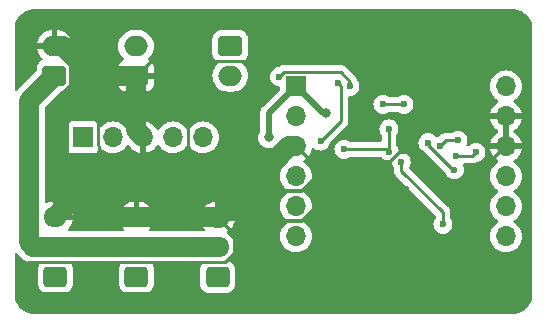
<source format=gbl>
G04 #@! TF.GenerationSoftware,KiCad,Pcbnew,7.0.8*
G04 #@! TF.CreationDate,2024-04-19T19:29:06-04:00*
G04 #@! TF.ProjectId,2 Axis Gimbal,32204178-6973-4204-9769-6d62616c2e6b,rev?*
G04 #@! TF.SameCoordinates,Original*
G04 #@! TF.FileFunction,Copper,L2,Bot*
G04 #@! TF.FilePolarity,Positive*
%FSLAX46Y46*%
G04 Gerber Fmt 4.6, Leading zero omitted, Abs format (unit mm)*
G04 Created by KiCad (PCBNEW 7.0.8) date 2024-04-19 19:29:06*
%MOMM*%
%LPD*%
G01*
G04 APERTURE LIST*
G04 Aperture macros list*
%AMRoundRect*
0 Rectangle with rounded corners*
0 $1 Rounding radius*
0 $2 $3 $4 $5 $6 $7 $8 $9 X,Y pos of 4 corners*
0 Add a 4 corners polygon primitive as box body*
4,1,4,$2,$3,$4,$5,$6,$7,$8,$9,$2,$3,0*
0 Add four circle primitives for the rounded corners*
1,1,$1+$1,$2,$3*
1,1,$1+$1,$4,$5*
1,1,$1+$1,$6,$7*
1,1,$1+$1,$8,$9*
0 Add four rect primitives between the rounded corners*
20,1,$1+$1,$2,$3,$4,$5,0*
20,1,$1+$1,$4,$5,$6,$7,0*
20,1,$1+$1,$6,$7,$8,$9,0*
20,1,$1+$1,$8,$9,$2,$3,0*%
G04 Aperture macros list end*
G04 #@! TA.AperFunction,ComponentPad*
%ADD10RoundRect,0.250000X-0.750000X0.600000X-0.750000X-0.600000X0.750000X-0.600000X0.750000X0.600000X0*%
G04 #@! TD*
G04 #@! TA.AperFunction,ComponentPad*
%ADD11O,2.000000X1.700000*%
G04 #@! TD*
G04 #@! TA.AperFunction,ComponentPad*
%ADD12RoundRect,0.250000X0.750000X-0.600000X0.750000X0.600000X-0.750000X0.600000X-0.750000X-0.600000X0*%
G04 #@! TD*
G04 #@! TA.AperFunction,ComponentPad*
%ADD13RoundRect,0.250000X0.725000X-0.600000X0.725000X0.600000X-0.725000X0.600000X-0.725000X-0.600000X0*%
G04 #@! TD*
G04 #@! TA.AperFunction,ComponentPad*
%ADD14O,1.950000X1.700000*%
G04 #@! TD*
G04 #@! TA.AperFunction,ComponentPad*
%ADD15R,1.700000X1.700000*%
G04 #@! TD*
G04 #@! TA.AperFunction,ComponentPad*
%ADD16O,1.700000X1.700000*%
G04 #@! TD*
G04 #@! TA.AperFunction,ViaPad*
%ADD17C,0.800000*%
G04 #@! TD*
G04 #@! TA.AperFunction,ViaPad*
%ADD18C,0.600000*%
G04 #@! TD*
G04 #@! TA.AperFunction,Conductor*
%ADD19C,0.500000*%
G04 #@! TD*
G04 #@! TA.AperFunction,Conductor*
%ADD20C,1.700000*%
G04 #@! TD*
G04 #@! TA.AperFunction,Conductor*
%ADD21C,0.250000*%
G04 #@! TD*
G04 #@! TA.AperFunction,Conductor*
%ADD22C,0.300000*%
G04 #@! TD*
G04 APERTURE END LIST*
D10*
X92981149Y-71528028D03*
D11*
X92981149Y-74028028D03*
D12*
X85008915Y-74022112D03*
D11*
X85008915Y-71522112D03*
D13*
X85050557Y-91028664D03*
D14*
X85050557Y-88528664D03*
X85050557Y-86028664D03*
D13*
X91927877Y-91046155D03*
D14*
X91927877Y-88546155D03*
X91927877Y-86046155D03*
D13*
X78192557Y-91028664D03*
D14*
X78192557Y-88528664D03*
X78192557Y-86028664D03*
D15*
X80518000Y-79248000D03*
D16*
X83058000Y-79248000D03*
X85598000Y-79248000D03*
X88138000Y-79248000D03*
X90678000Y-79248000D03*
D15*
X98552000Y-74930000D03*
D16*
X98552000Y-77470000D03*
X98552000Y-80010000D03*
X98552000Y-82550000D03*
X98552000Y-85090000D03*
X98552000Y-87630000D03*
X116332000Y-87630000D03*
X116332000Y-85090000D03*
X116332000Y-82550000D03*
X116332000Y-80010000D03*
X116332000Y-77470000D03*
X116332000Y-74930000D03*
D12*
X78106887Y-74010092D03*
D11*
X78106887Y-71510092D03*
D17*
X101092000Y-77216000D03*
X96266000Y-79248000D03*
X115450000Y-92114000D03*
D18*
X107890112Y-83581063D03*
D17*
X94950000Y-92964000D03*
X103650000Y-86514000D03*
X93599000Y-82042000D03*
D18*
X106426000Y-81422000D03*
D17*
X97250000Y-90114000D03*
X107696000Y-70866000D03*
D18*
X106426000Y-82574000D03*
X106426000Y-83590000D03*
D17*
X108966000Y-85344000D03*
X104902000Y-69342000D03*
X102870000Y-82296000D03*
D18*
X102616000Y-80264000D03*
X106465667Y-80463801D03*
X106426000Y-78528000D03*
X100652027Y-79570027D03*
X110744000Y-80010000D03*
X102108000Y-74676000D03*
X112268000Y-79502000D03*
X112074589Y-80832589D03*
X113792000Y-80518000D03*
X107696000Y-76454000D03*
X105918000Y-76454000D03*
X109728000Y-79703500D03*
X111967000Y-81995000D03*
X103124000Y-74930000D03*
X97155000Y-74110500D03*
X110998000Y-86614000D03*
X107464266Y-81302266D03*
D19*
X96266000Y-77216000D02*
X98552000Y-74930000D01*
X100838000Y-77216000D02*
X98552000Y-74930000D01*
X101092000Y-77216000D02*
X100838000Y-77216000D01*
X96266000Y-79248000D02*
X96266000Y-77216000D01*
D20*
X83461097Y-86028664D02*
X81266216Y-83833784D01*
X85008915Y-74022112D02*
X85008915Y-78658915D01*
X91927877Y-86046155D02*
X97964032Y-80010000D01*
D21*
X81788000Y-79915000D02*
X81788000Y-76835000D01*
X91927877Y-86046155D02*
X93345000Y-87463278D01*
D20*
X78486000Y-81053567D02*
X80826827Y-83394394D01*
D22*
X100838000Y-81422000D02*
X99964000Y-81422000D01*
D21*
X93345000Y-89027000D02*
X92583000Y-89789000D01*
D22*
X110490000Y-83058000D02*
X113284000Y-83058000D01*
D21*
X81788000Y-76835000D02*
X81915000Y-76708000D01*
D20*
X80156887Y-75148570D02*
X81283345Y-74022112D01*
D22*
X113284000Y-83058000D02*
X116332000Y-80010000D01*
D20*
X78486000Y-76819457D02*
X78486000Y-81053567D01*
X81283345Y-74022112D02*
X85008915Y-74022112D01*
X81266216Y-83833784D02*
X80826827Y-83394394D01*
D22*
X100838000Y-84582000D02*
X99060000Y-86360000D01*
D20*
X78795365Y-71510092D02*
X80156887Y-72871614D01*
D22*
X100838000Y-82042000D02*
X99060000Y-83820000D01*
D21*
X85008915Y-74022112D02*
X86260027Y-72771000D01*
X81883000Y-80010000D02*
X81788000Y-79915000D01*
X93345000Y-87463278D02*
X93345000Y-89027000D01*
D22*
X107330000Y-80518000D02*
X107950000Y-80518000D01*
D21*
X81266216Y-83833784D02*
X81883000Y-83217000D01*
D22*
X100838000Y-82042000D02*
X100838000Y-84582000D01*
X99060000Y-86360000D02*
X96520000Y-86360000D01*
D20*
X85008915Y-78658915D02*
X85598000Y-79248000D01*
D21*
X81883000Y-83217000D02*
X81883000Y-80010000D01*
X92583000Y-89789000D02*
X75946000Y-89789000D01*
D20*
X97964032Y-80010000D02*
X98552000Y-80010000D01*
D21*
X75946000Y-89789000D02*
X75819000Y-89916000D01*
D22*
X106426000Y-81422000D02*
X107330000Y-80518000D01*
X100838000Y-81422000D02*
X100838000Y-82042000D01*
D20*
X78106887Y-71510092D02*
X78795365Y-71510092D01*
D21*
X86260027Y-72771000D02*
X95377000Y-72771000D01*
D20*
X89662000Y-86028664D02*
X91910386Y-86028664D01*
X85050557Y-86028664D02*
X83461097Y-86028664D01*
X80156887Y-72871614D02*
X80156887Y-75148570D01*
D22*
X107950000Y-80518000D02*
X110490000Y-83058000D01*
D21*
X89662000Y-86028664D02*
X89408000Y-85774664D01*
D20*
X85050557Y-86028664D02*
X89662000Y-86028664D01*
X80826827Y-83394394D02*
X78192557Y-86028664D01*
D22*
X106426000Y-81422000D02*
X100838000Y-81422000D01*
D21*
X89408000Y-85774664D02*
X89408000Y-76962000D01*
D22*
X116332000Y-80010000D02*
X116332000Y-77470000D01*
D20*
X91910386Y-86028664D02*
X91927877Y-86046155D01*
D22*
X99964000Y-81422000D02*
X98552000Y-80010000D01*
X99060000Y-83820000D02*
X96266000Y-83820000D01*
D20*
X80156887Y-75148570D02*
X78486000Y-76819457D01*
D21*
X106426000Y-80424134D02*
X106426000Y-78528000D01*
X106465667Y-80463801D02*
X106265866Y-80264000D01*
X106265866Y-80264000D02*
X102616000Y-80264000D01*
X106465667Y-80463801D02*
X106426000Y-80424134D01*
X102362000Y-77860054D02*
X100652027Y-79570027D01*
X102362000Y-74930000D02*
X102362000Y-77860054D01*
X111252000Y-79502000D02*
X110744000Y-80010000D01*
X102108000Y-74676000D02*
X102362000Y-74930000D01*
X112268000Y-79502000D02*
X111252000Y-79502000D01*
X112074589Y-80832589D02*
X113477411Y-80832589D01*
X113477411Y-80832589D02*
X113792000Y-80518000D01*
X105918000Y-76454000D02*
X107696000Y-76454000D01*
D20*
X78106887Y-74010092D02*
X75946000Y-76170979D01*
X91910386Y-88528664D02*
X91927877Y-88546155D01*
X75946000Y-88145585D02*
X76329079Y-88528664D01*
X85050557Y-88528664D02*
X91910386Y-88528664D01*
X75946000Y-76170979D02*
X75946000Y-88145585D01*
X85050557Y-88528664D02*
X78192557Y-88528664D01*
X76329079Y-88528664D02*
X78192557Y-88528664D01*
D21*
X111967000Y-81995000D02*
X111845116Y-81995000D01*
X109728000Y-79877884D02*
X109728000Y-79703500D01*
X111845116Y-81995000D02*
X109728000Y-79877884D01*
X102324884Y-73755000D02*
X103124000Y-74554116D01*
X103124000Y-74554116D02*
X103124000Y-74930000D01*
X97155000Y-74110500D02*
X97510500Y-73755000D01*
X97510500Y-73755000D02*
X102324884Y-73755000D01*
X110998000Y-85598000D02*
X110998000Y-86614000D01*
X107464266Y-82064266D02*
X110998000Y-85598000D01*
X107464266Y-81302266D02*
X107464266Y-82064266D01*
G04 #@! TA.AperFunction,Conductor*
G36*
X116582000Y-79574498D02*
G01*
X116474315Y-79525320D01*
X116367763Y-79510000D01*
X116296237Y-79510000D01*
X116189685Y-79525320D01*
X116082000Y-79574498D01*
X116082000Y-77905501D01*
X116189685Y-77954680D01*
X116296237Y-77970000D01*
X116367763Y-77970000D01*
X116474315Y-77954680D01*
X116582000Y-77905501D01*
X116582000Y-79574498D01*
G37*
G04 #@! TD.AperFunction*
G04 #@! TA.AperFunction,Conductor*
G36*
X116874208Y-68372657D02*
G01*
X117105020Y-68389165D01*
X117122529Y-68391683D01*
X117342144Y-68439458D01*
X117359103Y-68444437D01*
X117569694Y-68522983D01*
X117585777Y-68530327D01*
X117783036Y-68638040D01*
X117797919Y-68647605D01*
X117977836Y-68782289D01*
X117991207Y-68793875D01*
X118150124Y-68952792D01*
X118161710Y-68966163D01*
X118296394Y-69146080D01*
X118305959Y-69160963D01*
X118413669Y-69358217D01*
X118421019Y-69374311D01*
X118499559Y-69584887D01*
X118504543Y-69601862D01*
X118552316Y-69821470D01*
X118554834Y-69838982D01*
X118571342Y-70069789D01*
X118571500Y-70074213D01*
X118571500Y-92485786D01*
X118571342Y-92490210D01*
X118554834Y-92721017D01*
X118552316Y-92738529D01*
X118504543Y-92958137D01*
X118499559Y-92975112D01*
X118421019Y-93185688D01*
X118413669Y-93201782D01*
X118305959Y-93399036D01*
X118296394Y-93413919D01*
X118161710Y-93593836D01*
X118150124Y-93607207D01*
X117991207Y-93766124D01*
X117977836Y-93777710D01*
X117797919Y-93912394D01*
X117783036Y-93921959D01*
X117585782Y-94029669D01*
X117569688Y-94037019D01*
X117359112Y-94115559D01*
X117342137Y-94120543D01*
X117122529Y-94168316D01*
X117105017Y-94170834D01*
X116891172Y-94186128D01*
X116874208Y-94187342D01*
X116869786Y-94187500D01*
X76424214Y-94187500D01*
X76419791Y-94187342D01*
X76401142Y-94186008D01*
X76188982Y-94170834D01*
X76171470Y-94168316D01*
X75951862Y-94120543D01*
X75934887Y-94115559D01*
X75724311Y-94037019D01*
X75708217Y-94029669D01*
X75510963Y-93921959D01*
X75496080Y-93912394D01*
X75316163Y-93777710D01*
X75302792Y-93766124D01*
X75143875Y-93607207D01*
X75132289Y-93593836D01*
X74997605Y-93413919D01*
X74988040Y-93399036D01*
X74880330Y-93201782D01*
X74872983Y-93185694D01*
X74794437Y-92975103D01*
X74789458Y-92958144D01*
X74741683Y-92738529D01*
X74739165Y-92721017D01*
X74722658Y-92490210D01*
X74722500Y-92485786D01*
X74722500Y-89131344D01*
X74742185Y-89064305D01*
X74794989Y-89018550D01*
X74864147Y-89008606D01*
X74927703Y-89037631D01*
X74934181Y-89043663D01*
X75076733Y-89186215D01*
X75076755Y-89186235D01*
X75288932Y-89398412D01*
X75288961Y-89398443D01*
X75457674Y-89567156D01*
X75457677Y-89567158D01*
X75457678Y-89567159D01*
X75503966Y-89599570D01*
X75508229Y-89602841D01*
X75551506Y-89639155D01*
X75600425Y-89667398D01*
X75604984Y-89670303D01*
X75651250Y-89702699D01*
X75651251Y-89702699D01*
X75651252Y-89702700D01*
X75651253Y-89702701D01*
X75675411Y-89713965D01*
X75702446Y-89726572D01*
X75707225Y-89729060D01*
X75756153Y-89757309D01*
X75809246Y-89776633D01*
X75814221Y-89778694D01*
X75865416Y-89802567D01*
X75865417Y-89802567D01*
X75865421Y-89802569D01*
X75897270Y-89811102D01*
X75919977Y-89817186D01*
X75925130Y-89818811D01*
X75964150Y-89833012D01*
X75978209Y-89838130D01*
X76033864Y-89847942D01*
X76039091Y-89849102D01*
X76093671Y-89863727D01*
X76142595Y-89868007D01*
X76149927Y-89868649D01*
X76155289Y-89869354D01*
X76210926Y-89879165D01*
X76210928Y-89879165D01*
X76449766Y-89879165D01*
X76449790Y-89879164D01*
X76702536Y-89879164D01*
X76769575Y-89898849D01*
X76815330Y-89951653D01*
X76825274Y-90020811D01*
X76808075Y-90068258D01*
X76797715Y-90085055D01*
X76782744Y-90109327D01*
X76782743Y-90109330D01*
X76727558Y-90275867D01*
X76727558Y-90275868D01*
X76727557Y-90275868D01*
X76717057Y-90378647D01*
X76717057Y-91678665D01*
X76717058Y-91678682D01*
X76727557Y-91781460D01*
X76727558Y-91781463D01*
X76782742Y-91947995D01*
X76782744Y-91948000D01*
X76793531Y-91965489D01*
X76874845Y-92097320D01*
X76998901Y-92221376D01*
X77148223Y-92313478D01*
X77314760Y-92368663D01*
X77417548Y-92379164D01*
X78967565Y-92379163D01*
X79070354Y-92368663D01*
X79236891Y-92313478D01*
X79386213Y-92221376D01*
X79510269Y-92097320D01*
X79602371Y-91947998D01*
X79657556Y-91781461D01*
X79668057Y-91678673D01*
X79668056Y-90378656D01*
X79657556Y-90275867D01*
X79602371Y-90109330D01*
X79577038Y-90068259D01*
X79558599Y-90000868D01*
X79579522Y-89934205D01*
X79633164Y-89889435D01*
X79682578Y-89879164D01*
X83560536Y-89879164D01*
X83627575Y-89898849D01*
X83673330Y-89951653D01*
X83683274Y-90020811D01*
X83666075Y-90068258D01*
X83655715Y-90085055D01*
X83640744Y-90109327D01*
X83640743Y-90109330D01*
X83585558Y-90275867D01*
X83585558Y-90275868D01*
X83585557Y-90275868D01*
X83575057Y-90378647D01*
X83575057Y-91678665D01*
X83575058Y-91678682D01*
X83585557Y-91781460D01*
X83585558Y-91781463D01*
X83640742Y-91947995D01*
X83640744Y-91948000D01*
X83651531Y-91965489D01*
X83732845Y-92097320D01*
X83856901Y-92221376D01*
X84006223Y-92313478D01*
X84172760Y-92368663D01*
X84275548Y-92379164D01*
X85825565Y-92379163D01*
X85928354Y-92368663D01*
X86094891Y-92313478D01*
X86244213Y-92221376D01*
X86368269Y-92097320D01*
X86460371Y-91947998D01*
X86515556Y-91781461D01*
X86526057Y-91678673D01*
X86526056Y-90378656D01*
X86515556Y-90275867D01*
X86460371Y-90109330D01*
X86435038Y-90068259D01*
X86416599Y-90000868D01*
X86437522Y-89934205D01*
X86491164Y-89889435D01*
X86540578Y-89879164D01*
X90448644Y-89879164D01*
X90515683Y-89898849D01*
X90561438Y-89951653D01*
X90571382Y-90020811D01*
X90554183Y-90068260D01*
X90518066Y-90126814D01*
X90518063Y-90126821D01*
X90462878Y-90293358D01*
X90462878Y-90293359D01*
X90462877Y-90293359D01*
X90452377Y-90396138D01*
X90452377Y-91696156D01*
X90452378Y-91696173D01*
X90462877Y-91798951D01*
X90462878Y-91798954D01*
X90512266Y-91947995D01*
X90518063Y-91965489D01*
X90610165Y-92114811D01*
X90734221Y-92238867D01*
X90883543Y-92330969D01*
X91050080Y-92386154D01*
X91152868Y-92396655D01*
X92702885Y-92396654D01*
X92805674Y-92386154D01*
X92972211Y-92330969D01*
X93121533Y-92238867D01*
X93245589Y-92114811D01*
X93337691Y-91965489D01*
X93392876Y-91798952D01*
X93403377Y-91696164D01*
X93403376Y-90396147D01*
X93392876Y-90293358D01*
X93337691Y-90126821D01*
X93245589Y-89977499D01*
X93121533Y-89853443D01*
X92998495Y-89777553D01*
X92966756Y-89757976D01*
X92920032Y-89706028D01*
X92908809Y-89637065D01*
X92936653Y-89572983D01*
X92944172Y-89564756D01*
X93091372Y-89417556D01*
X93226912Y-89223985D01*
X93326780Y-89009818D01*
X93387940Y-88781563D01*
X93408536Y-88546155D01*
X93387940Y-88310747D01*
X93341503Y-88137440D01*
X93326782Y-88082499D01*
X93326781Y-88082498D01*
X93326780Y-88082492D01*
X93226912Y-87868326D01*
X93224873Y-87865413D01*
X93091371Y-87674752D01*
X92924280Y-87507661D01*
X92766844Y-87397424D01*
X92723219Y-87342847D01*
X92716025Y-87273349D01*
X92747548Y-87210994D01*
X92766844Y-87194274D01*
X92923950Y-87084268D01*
X92923956Y-87084263D01*
X93090982Y-86917237D01*
X93226477Y-86723733D01*
X93326306Y-86509647D01*
X93326309Y-86509641D01*
X93383513Y-86296155D01*
X92331846Y-86296155D01*
X92364396Y-86245506D01*
X92402877Y-86114450D01*
X92402877Y-85977860D01*
X92364396Y-85846804D01*
X92331846Y-85796155D01*
X93383513Y-85796155D01*
X93383512Y-85796154D01*
X93326309Y-85582668D01*
X93326306Y-85582662D01*
X93226477Y-85368577D01*
X93226476Y-85368575D01*
X93090990Y-85175081D01*
X93090985Y-85175075D01*
X92923956Y-85008046D01*
X92923950Y-85008041D01*
X92730456Y-84872555D01*
X92730454Y-84872554D01*
X92516369Y-84772725D01*
X92516360Y-84772721D01*
X92288203Y-84711587D01*
X92288193Y-84711585D01*
X92177877Y-84701933D01*
X92177877Y-85638136D01*
X92063076Y-85585709D01*
X91961852Y-85571155D01*
X91893902Y-85571155D01*
X91792678Y-85585709D01*
X91677877Y-85638136D01*
X91677877Y-84701933D01*
X91567560Y-84711585D01*
X91567550Y-84711587D01*
X91339393Y-84772721D01*
X91339384Y-84772725D01*
X91125299Y-84872554D01*
X91125297Y-84872555D01*
X90931803Y-85008041D01*
X90931797Y-85008046D01*
X90764771Y-85175072D01*
X90629276Y-85368576D01*
X90529447Y-85582662D01*
X90529444Y-85582668D01*
X90472241Y-85796154D01*
X90472241Y-85796155D01*
X91523908Y-85796155D01*
X91491358Y-85846804D01*
X91452877Y-85977860D01*
X91452877Y-86114450D01*
X91491358Y-86245506D01*
X91523908Y-86296155D01*
X90472241Y-86296155D01*
X90529444Y-86509641D01*
X90529447Y-86509647D01*
X90629276Y-86723732D01*
X90629277Y-86723734D01*
X90764763Y-86917228D01*
X90764768Y-86917234D01*
X90814017Y-86966483D01*
X90847502Y-87027806D01*
X90842518Y-87097498D01*
X90800646Y-87153431D01*
X90735182Y-87177848D01*
X90726336Y-87178164D01*
X86234607Y-87178164D01*
X86167568Y-87158479D01*
X86121813Y-87105675D01*
X86111869Y-87036517D01*
X86140894Y-86972961D01*
X86146926Y-86966483D01*
X86213662Y-86899746D01*
X86349157Y-86706242D01*
X86448986Y-86492156D01*
X86448989Y-86492150D01*
X86506193Y-86278664D01*
X85454526Y-86278664D01*
X85487076Y-86228015D01*
X85525557Y-86096959D01*
X85525557Y-85960369D01*
X85487076Y-85829313D01*
X85454526Y-85778664D01*
X86506193Y-85778664D01*
X86506192Y-85778663D01*
X86448989Y-85565177D01*
X86448986Y-85565171D01*
X86349157Y-85351086D01*
X86349156Y-85351084D01*
X86213670Y-85157590D01*
X86213665Y-85157584D01*
X86046636Y-84990555D01*
X86046630Y-84990550D01*
X85853136Y-84855064D01*
X85853134Y-84855063D01*
X85639049Y-84755234D01*
X85639040Y-84755230D01*
X85410883Y-84694096D01*
X85410873Y-84694094D01*
X85300557Y-84684442D01*
X85300557Y-85620645D01*
X85185756Y-85568218D01*
X85084532Y-85553664D01*
X85016582Y-85553664D01*
X84915358Y-85568218D01*
X84800557Y-85620645D01*
X84800557Y-84684442D01*
X84690240Y-84694094D01*
X84690230Y-84694096D01*
X84462073Y-84755230D01*
X84462064Y-84755234D01*
X84247979Y-84855063D01*
X84247977Y-84855064D01*
X84054483Y-84990550D01*
X84054477Y-84990555D01*
X83887451Y-85157581D01*
X83751956Y-85351085D01*
X83652127Y-85565171D01*
X83652124Y-85565177D01*
X83594921Y-85778663D01*
X83594921Y-85778664D01*
X84646588Y-85778664D01*
X84614038Y-85829313D01*
X84575557Y-85960369D01*
X84575557Y-86096959D01*
X84614038Y-86228015D01*
X84646588Y-86278664D01*
X83594921Y-86278664D01*
X83652124Y-86492150D01*
X83652127Y-86492156D01*
X83751956Y-86706241D01*
X83751957Y-86706243D01*
X83887443Y-86899737D01*
X83887448Y-86899743D01*
X83954188Y-86966483D01*
X83987673Y-87027806D01*
X83982689Y-87097498D01*
X83940817Y-87153431D01*
X83875353Y-87177848D01*
X83866507Y-87178164D01*
X79376607Y-87178164D01*
X79309568Y-87158479D01*
X79263813Y-87105675D01*
X79253869Y-87036517D01*
X79282894Y-86972961D01*
X79288926Y-86966483D01*
X79355662Y-86899746D01*
X79491157Y-86706242D01*
X79590986Y-86492156D01*
X79590989Y-86492150D01*
X79648193Y-86278664D01*
X78596526Y-86278664D01*
X78629076Y-86228015D01*
X78667557Y-86096959D01*
X78667557Y-85960369D01*
X78629076Y-85829313D01*
X78596526Y-85778664D01*
X79648193Y-85778664D01*
X79648192Y-85778663D01*
X79590989Y-85565177D01*
X79590986Y-85565171D01*
X79491157Y-85351086D01*
X79491156Y-85351084D01*
X79355670Y-85157590D01*
X79355665Y-85157584D01*
X79188636Y-84990555D01*
X79188630Y-84990550D01*
X78995136Y-84855064D01*
X78995134Y-84855063D01*
X78781049Y-84755234D01*
X78781040Y-84755230D01*
X78552883Y-84694096D01*
X78552873Y-84694094D01*
X78442557Y-84684442D01*
X78442557Y-85620645D01*
X78327756Y-85568218D01*
X78226532Y-85553664D01*
X78158582Y-85553664D01*
X78057358Y-85568218D01*
X77942557Y-85620645D01*
X77942557Y-84684442D01*
X77832240Y-84694094D01*
X77832230Y-84694096D01*
X77604073Y-84755230D01*
X77604059Y-84755235D01*
X77472904Y-84816394D01*
X77403827Y-84826886D01*
X77340043Y-84798366D01*
X77301804Y-84739889D01*
X77296500Y-84704012D01*
X77296500Y-80145870D01*
X79167500Y-80145870D01*
X79167501Y-80145876D01*
X79173908Y-80205483D01*
X79224202Y-80340328D01*
X79224206Y-80340335D01*
X79310452Y-80455544D01*
X79310455Y-80455547D01*
X79425664Y-80541793D01*
X79425671Y-80541797D01*
X79560517Y-80592091D01*
X79560516Y-80592091D01*
X79567444Y-80592835D01*
X79620127Y-80598500D01*
X81415872Y-80598499D01*
X81475483Y-80592091D01*
X81610331Y-80541796D01*
X81725546Y-80455546D01*
X81811796Y-80340331D01*
X81860810Y-80208916D01*
X81902681Y-80152984D01*
X81968145Y-80128566D01*
X82036418Y-80143417D01*
X82064673Y-80164569D01*
X82186599Y-80286495D01*
X82264152Y-80340798D01*
X82380165Y-80422032D01*
X82380167Y-80422033D01*
X82380170Y-80422035D01*
X82594337Y-80521903D01*
X82822592Y-80583063D01*
X82999034Y-80598500D01*
X83057999Y-80603659D01*
X83058000Y-80603659D01*
X83058001Y-80603659D01*
X83116966Y-80598500D01*
X83293408Y-80583063D01*
X83521663Y-80521903D01*
X83735830Y-80422035D01*
X83929401Y-80286495D01*
X84096495Y-80119401D01*
X84226730Y-79933405D01*
X84281307Y-79889781D01*
X84350805Y-79882587D01*
X84413160Y-79914110D01*
X84429879Y-79933405D01*
X84559890Y-80119078D01*
X84726917Y-80286105D01*
X84920421Y-80421600D01*
X85134507Y-80521429D01*
X85134516Y-80521433D01*
X85348000Y-80578634D01*
X85348000Y-79683501D01*
X85455685Y-79732680D01*
X85562237Y-79748000D01*
X85633763Y-79748000D01*
X85740315Y-79732680D01*
X85848000Y-79683501D01*
X85848000Y-80578633D01*
X86061483Y-80521433D01*
X86061492Y-80521429D01*
X86275578Y-80421600D01*
X86469082Y-80286105D01*
X86636105Y-80119082D01*
X86766119Y-79933405D01*
X86820696Y-79889781D01*
X86890195Y-79882588D01*
X86952549Y-79914110D01*
X86969269Y-79933405D01*
X87099505Y-80119401D01*
X87266599Y-80286495D01*
X87344152Y-80340798D01*
X87460165Y-80422032D01*
X87460167Y-80422033D01*
X87460170Y-80422035D01*
X87674337Y-80521903D01*
X87902592Y-80583063D01*
X88079034Y-80598500D01*
X88137999Y-80603659D01*
X88138000Y-80603659D01*
X88138001Y-80603659D01*
X88196966Y-80598500D01*
X88373408Y-80583063D01*
X88601663Y-80521903D01*
X88815830Y-80422035D01*
X89009401Y-80286495D01*
X89176495Y-80119401D01*
X89306425Y-79933842D01*
X89361002Y-79890217D01*
X89430500Y-79883023D01*
X89492855Y-79914546D01*
X89509575Y-79933842D01*
X89639500Y-80119395D01*
X89639505Y-80119401D01*
X89806599Y-80286495D01*
X89884152Y-80340798D01*
X90000165Y-80422032D01*
X90000167Y-80422033D01*
X90000170Y-80422035D01*
X90214337Y-80521903D01*
X90442592Y-80583063D01*
X90619034Y-80598500D01*
X90677999Y-80603659D01*
X90678000Y-80603659D01*
X90678001Y-80603659D01*
X90736966Y-80598500D01*
X90913408Y-80583063D01*
X91141663Y-80521903D01*
X91355830Y-80422035D01*
X91549401Y-80286495D01*
X91716495Y-80119401D01*
X91852035Y-79925830D01*
X91951903Y-79711663D01*
X92013063Y-79483408D01*
X92033659Y-79248000D01*
X95360540Y-79248000D01*
X95380326Y-79436256D01*
X95380327Y-79436259D01*
X95438818Y-79616277D01*
X95438821Y-79616284D01*
X95533467Y-79780216D01*
X95625793Y-79882754D01*
X95660129Y-79920888D01*
X95813265Y-80032148D01*
X95813270Y-80032151D01*
X95986192Y-80109142D01*
X95986197Y-80109144D01*
X96171354Y-80148500D01*
X96171355Y-80148500D01*
X96360644Y-80148500D01*
X96360646Y-80148500D01*
X96545803Y-80109144D01*
X96718730Y-80032151D01*
X96871871Y-79920888D01*
X96998533Y-79780216D01*
X97008078Y-79763682D01*
X97058642Y-79715469D01*
X97127249Y-79702244D01*
X97192115Y-79728211D01*
X97213840Y-79750196D01*
X97221363Y-79760000D01*
X98118314Y-79760000D01*
X98092507Y-79800156D01*
X98052000Y-79938111D01*
X98052000Y-80081889D01*
X98092507Y-80219844D01*
X98118314Y-80260000D01*
X97221364Y-80260000D01*
X97278567Y-80473486D01*
X97278570Y-80473492D01*
X97378399Y-80687578D01*
X97513894Y-80881082D01*
X97680917Y-81048105D01*
X97866595Y-81178119D01*
X97910219Y-81232696D01*
X97917412Y-81302195D01*
X97885890Y-81364549D01*
X97866595Y-81381269D01*
X97680594Y-81511508D01*
X97513505Y-81678597D01*
X97377965Y-81872169D01*
X97377964Y-81872171D01*
X97278098Y-82086335D01*
X97278094Y-82086344D01*
X97216938Y-82314586D01*
X97216936Y-82314596D01*
X97196341Y-82549999D01*
X97196341Y-82550000D01*
X97216936Y-82785403D01*
X97216938Y-82785413D01*
X97278094Y-83013655D01*
X97278096Y-83013659D01*
X97278097Y-83013663D01*
X97377965Y-83227830D01*
X97377967Y-83227834D01*
X97513501Y-83421395D01*
X97513506Y-83421402D01*
X97680597Y-83588493D01*
X97680603Y-83588498D01*
X97866158Y-83718425D01*
X97909783Y-83773002D01*
X97916977Y-83842500D01*
X97885454Y-83904855D01*
X97866158Y-83921575D01*
X97680597Y-84051505D01*
X97513505Y-84218597D01*
X97377965Y-84412169D01*
X97377964Y-84412171D01*
X97278098Y-84626335D01*
X97278094Y-84626344D01*
X97216938Y-84854586D01*
X97216936Y-84854596D01*
X97196341Y-85089999D01*
X97196341Y-85090000D01*
X97216936Y-85325403D01*
X97216938Y-85325413D01*
X97278094Y-85553655D01*
X97278096Y-85553659D01*
X97278097Y-85553663D01*
X97330972Y-85667054D01*
X97377965Y-85767830D01*
X97377967Y-85767834D01*
X97476430Y-85908452D01*
X97512782Y-85960369D01*
X97513501Y-85961395D01*
X97513506Y-85961402D01*
X97680597Y-86128493D01*
X97680603Y-86128498D01*
X97866158Y-86258425D01*
X97909783Y-86313002D01*
X97916977Y-86382500D01*
X97885454Y-86444855D01*
X97866158Y-86461575D01*
X97680597Y-86591505D01*
X97513505Y-86758597D01*
X97377965Y-86952169D01*
X97377964Y-86952171D01*
X97278098Y-87166335D01*
X97278094Y-87166344D01*
X97216938Y-87394586D01*
X97216936Y-87394596D01*
X97196341Y-87629999D01*
X97196341Y-87630000D01*
X97216936Y-87865403D01*
X97216938Y-87865413D01*
X97278094Y-88093655D01*
X97278096Y-88093659D01*
X97278097Y-88093663D01*
X97377965Y-88307830D01*
X97377967Y-88307834D01*
X97380010Y-88310751D01*
X97513505Y-88501401D01*
X97680599Y-88668495D01*
X97764755Y-88727422D01*
X97874165Y-88804032D01*
X97874167Y-88804033D01*
X97874170Y-88804035D01*
X98088337Y-88903903D01*
X98316592Y-88965063D01*
X98504918Y-88981539D01*
X98551999Y-88985659D01*
X98552000Y-88985659D01*
X98552001Y-88985659D01*
X98591234Y-88982226D01*
X98787408Y-88965063D01*
X99015663Y-88903903D01*
X99229830Y-88804035D01*
X99423401Y-88668495D01*
X99590495Y-88501401D01*
X99726035Y-88307830D01*
X99825903Y-88093663D01*
X99887063Y-87865408D01*
X99907659Y-87630000D01*
X114976341Y-87630000D01*
X114996936Y-87865403D01*
X114996938Y-87865413D01*
X115058094Y-88093655D01*
X115058096Y-88093659D01*
X115058097Y-88093663D01*
X115157965Y-88307830D01*
X115157967Y-88307834D01*
X115160010Y-88310751D01*
X115293505Y-88501401D01*
X115460599Y-88668495D01*
X115544755Y-88727422D01*
X115654165Y-88804032D01*
X115654167Y-88804033D01*
X115654170Y-88804035D01*
X115868337Y-88903903D01*
X116096592Y-88965063D01*
X116284918Y-88981539D01*
X116331999Y-88985659D01*
X116332000Y-88985659D01*
X116332001Y-88985659D01*
X116371234Y-88982226D01*
X116567408Y-88965063D01*
X116795663Y-88903903D01*
X117009830Y-88804035D01*
X117203401Y-88668495D01*
X117370495Y-88501401D01*
X117506035Y-88307830D01*
X117605903Y-88093663D01*
X117667063Y-87865408D01*
X117687659Y-87630000D01*
X117667063Y-87394592D01*
X117605903Y-87166337D01*
X117506035Y-86952171D01*
X117469321Y-86899737D01*
X117370494Y-86758597D01*
X117203402Y-86591506D01*
X117203396Y-86591501D01*
X117017842Y-86461575D01*
X116974217Y-86406998D01*
X116967023Y-86337500D01*
X116998546Y-86275145D01*
X117017842Y-86258425D01*
X117061272Y-86228015D01*
X117203401Y-86128495D01*
X117370495Y-85961401D01*
X117506035Y-85767830D01*
X117605903Y-85553663D01*
X117667063Y-85325408D01*
X117687659Y-85090000D01*
X117667063Y-84854592D01*
X117605903Y-84626337D01*
X117506035Y-84412171D01*
X117370495Y-84218599D01*
X117370494Y-84218597D01*
X117203402Y-84051506D01*
X117203396Y-84051501D01*
X117017842Y-83921575D01*
X116974217Y-83866998D01*
X116967023Y-83797500D01*
X116998546Y-83735145D01*
X117017842Y-83718425D01*
X117040026Y-83702891D01*
X117203401Y-83588495D01*
X117370495Y-83421401D01*
X117506035Y-83227830D01*
X117605903Y-83013663D01*
X117667063Y-82785408D01*
X117687659Y-82550000D01*
X117667063Y-82314592D01*
X117605903Y-82086337D01*
X117506035Y-81872171D01*
X117488495Y-81847120D01*
X117370494Y-81678597D01*
X117203402Y-81511506D01*
X117203401Y-81511505D01*
X117017405Y-81381269D01*
X116973781Y-81326692D01*
X116966588Y-81257193D01*
X116998110Y-81194839D01*
X117017405Y-81178119D01*
X117203082Y-81048105D01*
X117370105Y-80881082D01*
X117505600Y-80687578D01*
X117605429Y-80473492D01*
X117605432Y-80473486D01*
X117662636Y-80260000D01*
X116765686Y-80260000D01*
X116791493Y-80219844D01*
X116832000Y-80081889D01*
X116832000Y-79938111D01*
X116791493Y-79800156D01*
X116765686Y-79760000D01*
X117662636Y-79760000D01*
X117662635Y-79759999D01*
X117605432Y-79546513D01*
X117605429Y-79546507D01*
X117505600Y-79332422D01*
X117505599Y-79332420D01*
X117370113Y-79138926D01*
X117370108Y-79138920D01*
X117203082Y-78971894D01*
X117016968Y-78841575D01*
X116973344Y-78786998D01*
X116966151Y-78717499D01*
X116997673Y-78655145D01*
X117016968Y-78638425D01*
X117203082Y-78508105D01*
X117370105Y-78341082D01*
X117505600Y-78147578D01*
X117605429Y-77933492D01*
X117605432Y-77933486D01*
X117662636Y-77720000D01*
X116765686Y-77720000D01*
X116791493Y-77679844D01*
X116832000Y-77541889D01*
X116832000Y-77398111D01*
X116791493Y-77260156D01*
X116765686Y-77220000D01*
X117662636Y-77220000D01*
X117662635Y-77219999D01*
X117605432Y-77006513D01*
X117605429Y-77006507D01*
X117505600Y-76792422D01*
X117505599Y-76792420D01*
X117370113Y-76598926D01*
X117370108Y-76598920D01*
X117203078Y-76431890D01*
X117017405Y-76301879D01*
X116973780Y-76247302D01*
X116966588Y-76177804D01*
X116998110Y-76115449D01*
X117017406Y-76098730D01*
X117203401Y-75968495D01*
X117370495Y-75801401D01*
X117506035Y-75607830D01*
X117605903Y-75393663D01*
X117667063Y-75165408D01*
X117687659Y-74930000D01*
X117667063Y-74694592D01*
X117605903Y-74466337D01*
X117506035Y-74252171D01*
X117504786Y-74250386D01*
X117370494Y-74058597D01*
X117203402Y-73891506D01*
X117203395Y-73891501D01*
X117009834Y-73755967D01*
X117009830Y-73755965D01*
X117009828Y-73755964D01*
X116795663Y-73656097D01*
X116795659Y-73656096D01*
X116795655Y-73656094D01*
X116567413Y-73594938D01*
X116567403Y-73594936D01*
X116332001Y-73574341D01*
X116331999Y-73574341D01*
X116096596Y-73594936D01*
X116096586Y-73594938D01*
X115868344Y-73656094D01*
X115868335Y-73656098D01*
X115654171Y-73755964D01*
X115654169Y-73755965D01*
X115460597Y-73891505D01*
X115293505Y-74058597D01*
X115157965Y-74252169D01*
X115157964Y-74252171D01*
X115058098Y-74466335D01*
X115058094Y-74466344D01*
X114996938Y-74694586D01*
X114996936Y-74694596D01*
X114976341Y-74929999D01*
X114976341Y-74930000D01*
X114996936Y-75165403D01*
X114996938Y-75165413D01*
X115058094Y-75393655D01*
X115058096Y-75393659D01*
X115058097Y-75393663D01*
X115062848Y-75403851D01*
X115157965Y-75607830D01*
X115157967Y-75607834D01*
X115293501Y-75801395D01*
X115293506Y-75801402D01*
X115460597Y-75968493D01*
X115460603Y-75968498D01*
X115646594Y-76098730D01*
X115690219Y-76153307D01*
X115697413Y-76222805D01*
X115665890Y-76285160D01*
X115646595Y-76301880D01*
X115460922Y-76431890D01*
X115460920Y-76431891D01*
X115293891Y-76598920D01*
X115293886Y-76598926D01*
X115158400Y-76792420D01*
X115158399Y-76792422D01*
X115058570Y-77006507D01*
X115058567Y-77006513D01*
X115001364Y-77219999D01*
X115001364Y-77220000D01*
X115898314Y-77220000D01*
X115872507Y-77260156D01*
X115832000Y-77398111D01*
X115832000Y-77541889D01*
X115872507Y-77679844D01*
X115898314Y-77720000D01*
X115001364Y-77720000D01*
X115058567Y-77933486D01*
X115058570Y-77933492D01*
X115158399Y-78147578D01*
X115293894Y-78341082D01*
X115460917Y-78508105D01*
X115647031Y-78638425D01*
X115690656Y-78693003D01*
X115697848Y-78762501D01*
X115666326Y-78824856D01*
X115647031Y-78841575D01*
X115460922Y-78971890D01*
X115460920Y-78971891D01*
X115293891Y-79138920D01*
X115293886Y-79138926D01*
X115158400Y-79332420D01*
X115158399Y-79332422D01*
X115058570Y-79546507D01*
X115058567Y-79546513D01*
X115001364Y-79759999D01*
X115001364Y-79760000D01*
X115898314Y-79760000D01*
X115872507Y-79800156D01*
X115832000Y-79938111D01*
X115832000Y-80081889D01*
X115872507Y-80219844D01*
X115898314Y-80260000D01*
X115001364Y-80260000D01*
X115058567Y-80473486D01*
X115058570Y-80473492D01*
X115158399Y-80687578D01*
X115293894Y-80881082D01*
X115460917Y-81048105D01*
X115646595Y-81178119D01*
X115690219Y-81232696D01*
X115697412Y-81302195D01*
X115665890Y-81364549D01*
X115646595Y-81381269D01*
X115460594Y-81511508D01*
X115293505Y-81678597D01*
X115157965Y-81872169D01*
X115157964Y-81872171D01*
X115058098Y-82086335D01*
X115058094Y-82086344D01*
X114996938Y-82314586D01*
X114996936Y-82314596D01*
X114976341Y-82549999D01*
X114976341Y-82550000D01*
X114996936Y-82785403D01*
X114996938Y-82785413D01*
X115058094Y-83013655D01*
X115058096Y-83013659D01*
X115058097Y-83013663D01*
X115157965Y-83227830D01*
X115157967Y-83227834D01*
X115293501Y-83421395D01*
X115293506Y-83421402D01*
X115460597Y-83588493D01*
X115460603Y-83588498D01*
X115646158Y-83718425D01*
X115689783Y-83773002D01*
X115696977Y-83842500D01*
X115665454Y-83904855D01*
X115646158Y-83921575D01*
X115460597Y-84051505D01*
X115293505Y-84218597D01*
X115157965Y-84412169D01*
X115157964Y-84412171D01*
X115058098Y-84626335D01*
X115058094Y-84626344D01*
X114996938Y-84854586D01*
X114996936Y-84854596D01*
X114976341Y-85089999D01*
X114976341Y-85090000D01*
X114996936Y-85325403D01*
X114996938Y-85325413D01*
X115058094Y-85553655D01*
X115058096Y-85553659D01*
X115058097Y-85553663D01*
X115110972Y-85667054D01*
X115157965Y-85767830D01*
X115157967Y-85767834D01*
X115256430Y-85908452D01*
X115292782Y-85960369D01*
X115293501Y-85961395D01*
X115293506Y-85961402D01*
X115460597Y-86128493D01*
X115460603Y-86128498D01*
X115646158Y-86258425D01*
X115689783Y-86313002D01*
X115696977Y-86382500D01*
X115665454Y-86444855D01*
X115646158Y-86461575D01*
X115460597Y-86591505D01*
X115293505Y-86758597D01*
X115157965Y-86952169D01*
X115157964Y-86952171D01*
X115058098Y-87166335D01*
X115058094Y-87166344D01*
X114996938Y-87394586D01*
X114996936Y-87394596D01*
X114976341Y-87629999D01*
X114976341Y-87630000D01*
X99907659Y-87630000D01*
X99887063Y-87394592D01*
X99825903Y-87166337D01*
X99726035Y-86952171D01*
X99689321Y-86899737D01*
X99590494Y-86758597D01*
X99423402Y-86591506D01*
X99423396Y-86591501D01*
X99237842Y-86461575D01*
X99194217Y-86406998D01*
X99187023Y-86337500D01*
X99218546Y-86275145D01*
X99237842Y-86258425D01*
X99281272Y-86228015D01*
X99423401Y-86128495D01*
X99590495Y-85961401D01*
X99726035Y-85767830D01*
X99825903Y-85553663D01*
X99887063Y-85325408D01*
X99907659Y-85090000D01*
X99887063Y-84854592D01*
X99825903Y-84626337D01*
X99726035Y-84412171D01*
X99590495Y-84218599D01*
X99590494Y-84218597D01*
X99423402Y-84051506D01*
X99423396Y-84051501D01*
X99237842Y-83921575D01*
X99194217Y-83866998D01*
X99187023Y-83797500D01*
X99218546Y-83735145D01*
X99237842Y-83718425D01*
X99260026Y-83702891D01*
X99423401Y-83588495D01*
X99590495Y-83421401D01*
X99726035Y-83227830D01*
X99825903Y-83013663D01*
X99887063Y-82785408D01*
X99907659Y-82550000D01*
X99887063Y-82314592D01*
X99825903Y-82086337D01*
X99726035Y-81872171D01*
X99708495Y-81847120D01*
X99590494Y-81678597D01*
X99423402Y-81511506D01*
X99423401Y-81511505D01*
X99237405Y-81381269D01*
X99193781Y-81326692D01*
X99186588Y-81257193D01*
X99218110Y-81194839D01*
X99237405Y-81178119D01*
X99423082Y-81048105D01*
X99590105Y-80881082D01*
X99725600Y-80687578D01*
X99825429Y-80473492D01*
X99825433Y-80473483D01*
X99886567Y-80245326D01*
X99886569Y-80245314D01*
X99888225Y-80226388D01*
X99913676Y-80161319D01*
X99970266Y-80120339D01*
X100040028Y-80116460D01*
X100099434Y-80149512D01*
X100149765Y-80199843D01*
X100192011Y-80226388D01*
X100287675Y-80286498D01*
X100302505Y-80295816D01*
X100429713Y-80340328D01*
X100472772Y-80355395D01*
X100472777Y-80355396D01*
X100652023Y-80375592D01*
X100652027Y-80375592D01*
X100652031Y-80375592D01*
X100831276Y-80355396D01*
X100831279Y-80355395D01*
X100831282Y-80355395D01*
X101001549Y-80295816D01*
X101052179Y-80264003D01*
X101810435Y-80264003D01*
X101830630Y-80443249D01*
X101830631Y-80443254D01*
X101890211Y-80613523D01*
X101942820Y-80697249D01*
X101986184Y-80766262D01*
X102113738Y-80893816D01*
X102266478Y-80989789D01*
X102353565Y-81020262D01*
X102436745Y-81049368D01*
X102436750Y-81049369D01*
X102615996Y-81069565D01*
X102616000Y-81069565D01*
X102616004Y-81069565D01*
X102795249Y-81049369D01*
X102795252Y-81049368D01*
X102795255Y-81049368D01*
X102965522Y-80989789D01*
X103094883Y-80908505D01*
X103160855Y-80889500D01*
X105719211Y-80889500D01*
X105786250Y-80909185D01*
X105824203Y-80947526D01*
X105835851Y-80966063D01*
X105963405Y-81093617D01*
X106116145Y-81189590D01*
X106271037Y-81243789D01*
X106286412Y-81249169D01*
X106286417Y-81249170D01*
X106465663Y-81269366D01*
X106465667Y-81269366D01*
X106465669Y-81269366D01*
X106499835Y-81265516D01*
X106529399Y-81262185D01*
X106598221Y-81274239D01*
X106649600Y-81321588D01*
X106666503Y-81371521D01*
X106678896Y-81481516D01*
X106678897Y-81481520D01*
X106738477Y-81651790D01*
X106819759Y-81781147D01*
X106838766Y-81847120D01*
X106838766Y-81981521D01*
X106837041Y-81997138D01*
X106837327Y-81997165D01*
X106836592Y-82004931D01*
X106838766Y-82074080D01*
X106838766Y-82103609D01*
X106838767Y-82103626D01*
X106839634Y-82110497D01*
X106840092Y-82116316D01*
X106841556Y-82162890D01*
X106841557Y-82162893D01*
X106847146Y-82182133D01*
X106851090Y-82201177D01*
X106853294Y-82218621D01*
X106853602Y-82221057D01*
X106870756Y-82264385D01*
X106872648Y-82269913D01*
X106885647Y-82314654D01*
X106895846Y-82331900D01*
X106904404Y-82349369D01*
X106911780Y-82367998D01*
X106939164Y-82405689D01*
X106942372Y-82410573D01*
X106966093Y-82450682D01*
X106966099Y-82450690D01*
X106980256Y-82464846D01*
X106992894Y-82479642D01*
X107004671Y-82495852D01*
X107004672Y-82495853D01*
X107040575Y-82525554D01*
X107044886Y-82529476D01*
X108734007Y-84218597D01*
X110336181Y-85820771D01*
X110369666Y-85882094D01*
X110372500Y-85908452D01*
X110372500Y-86069145D01*
X110353494Y-86135117D01*
X110272211Y-86264476D01*
X110212631Y-86434745D01*
X110212630Y-86434750D01*
X110192435Y-86613996D01*
X110192435Y-86614003D01*
X110212630Y-86793249D01*
X110212631Y-86793254D01*
X110272211Y-86963523D01*
X110312603Y-87027806D01*
X110368184Y-87116262D01*
X110495738Y-87243816D01*
X110648478Y-87339789D01*
X110740875Y-87372120D01*
X110818745Y-87399368D01*
X110818750Y-87399369D01*
X110997996Y-87419565D01*
X110998000Y-87419565D01*
X110998004Y-87419565D01*
X111177249Y-87399369D01*
X111177252Y-87399368D01*
X111177255Y-87399368D01*
X111347522Y-87339789D01*
X111500262Y-87243816D01*
X111627816Y-87116262D01*
X111723789Y-86963522D01*
X111783368Y-86793255D01*
X111791201Y-86723734D01*
X111803565Y-86614003D01*
X111803565Y-86613996D01*
X111783369Y-86434750D01*
X111783368Y-86434745D01*
X111757358Y-86360413D01*
X111723789Y-86264478D01*
X111642505Y-86135116D01*
X111623500Y-86069145D01*
X111623500Y-85680742D01*
X111625224Y-85665122D01*
X111624939Y-85665095D01*
X111625673Y-85657333D01*
X111623500Y-85588172D01*
X111623500Y-85558656D01*
X111623500Y-85558650D01*
X111622631Y-85551779D01*
X111622173Y-85545952D01*
X111620710Y-85499373D01*
X111615119Y-85480130D01*
X111611173Y-85461078D01*
X111608664Y-85441208D01*
X111591504Y-85397867D01*
X111589624Y-85392379D01*
X111576618Y-85347610D01*
X111566422Y-85330370D01*
X111557861Y-85312894D01*
X111550487Y-85294270D01*
X111550486Y-85294268D01*
X111523079Y-85256545D01*
X111519888Y-85251686D01*
X111496172Y-85211583D01*
X111496165Y-85211574D01*
X111482006Y-85197415D01*
X111469368Y-85182619D01*
X111457594Y-85166413D01*
X111446921Y-85157584D01*
X111421688Y-85136709D01*
X111417376Y-85132786D01*
X108162090Y-81877499D01*
X108128605Y-81816176D01*
X108133589Y-81746484D01*
X108144776Y-81723849D01*
X108190055Y-81651788D01*
X108249634Y-81481521D01*
X108251788Y-81462405D01*
X108269831Y-81302269D01*
X108269831Y-81302262D01*
X108249635Y-81123016D01*
X108249634Y-81123011D01*
X108230932Y-81069565D01*
X108190055Y-80952744D01*
X108094082Y-80800004D01*
X107966528Y-80672450D01*
X107813789Y-80576477D01*
X107643520Y-80516897D01*
X107643515Y-80516896D01*
X107464270Y-80496701D01*
X107464261Y-80496701D01*
X107400531Y-80503881D01*
X107331710Y-80491826D01*
X107280331Y-80444477D01*
X107263429Y-80394544D01*
X107251036Y-80284551D01*
X107251035Y-80284546D01*
X107224571Y-80208917D01*
X107191456Y-80114279D01*
X107188229Y-80109144D01*
X107152249Y-80051881D01*
X107095483Y-79961539D01*
X107087819Y-79953875D01*
X107054334Y-79892552D01*
X107051500Y-79866194D01*
X107051500Y-79703503D01*
X108922435Y-79703503D01*
X108942630Y-79882749D01*
X108942631Y-79882754D01*
X109002211Y-80053023D01*
X109074757Y-80168478D01*
X109098184Y-80205762D01*
X109225738Y-80333316D01*
X109378478Y-80429289D01*
X109378485Y-80429291D01*
X109384752Y-80432310D01*
X109384247Y-80433356D01*
X109423621Y-80458095D01*
X111184146Y-82218621D01*
X111213507Y-82265348D01*
X111241210Y-82344521D01*
X111307916Y-82450682D01*
X111337184Y-82497262D01*
X111464738Y-82624816D01*
X111617478Y-82720789D01*
X111787745Y-82780368D01*
X111787750Y-82780369D01*
X111966996Y-82800565D01*
X111967000Y-82800565D01*
X111967004Y-82800565D01*
X112146249Y-82780369D01*
X112146252Y-82780368D01*
X112146255Y-82780368D01*
X112316522Y-82720789D01*
X112469262Y-82624816D01*
X112596816Y-82497262D01*
X112692789Y-82344522D01*
X112752368Y-82174255D01*
X112752369Y-82174249D01*
X112772565Y-81995003D01*
X112772565Y-81994996D01*
X112752369Y-81815750D01*
X112752368Y-81815745D01*
X112740262Y-81781147D01*
X112692789Y-81645478D01*
X112692788Y-81645477D01*
X112692786Y-81645470D01*
X112689769Y-81639205D01*
X112691655Y-81638296D01*
X112675412Y-81580832D01*
X112695775Y-81513996D01*
X112749040Y-81468778D01*
X112799406Y-81458089D01*
X113394668Y-81458089D01*
X113410288Y-81459813D01*
X113410315Y-81459528D01*
X113418071Y-81460260D01*
X113418078Y-81460262D01*
X113487225Y-81458089D01*
X113516761Y-81458089D01*
X113523639Y-81457219D01*
X113529452Y-81456761D01*
X113576038Y-81455298D01*
X113595280Y-81449706D01*
X113614323Y-81445763D01*
X113634203Y-81443253D01*
X113677533Y-81426096D01*
X113683057Y-81424206D01*
X113686807Y-81423116D01*
X113727801Y-81411207D01*
X113745040Y-81401011D01*
X113762514Y-81392451D01*
X113781138Y-81385077D01*
X113781138Y-81385076D01*
X113781143Y-81385075D01*
X113818860Y-81357671D01*
X113823716Y-81354481D01*
X113863831Y-81330759D01*
X113863831Y-81330758D01*
X113870549Y-81326786D01*
X113871931Y-81329124D01*
X113921490Y-81308974D01*
X113971255Y-81303368D01*
X114141522Y-81243789D01*
X114294262Y-81147816D01*
X114421816Y-81020262D01*
X114517789Y-80867522D01*
X114577368Y-80697255D01*
X114577369Y-80697249D01*
X114597565Y-80518003D01*
X114597565Y-80517996D01*
X114577369Y-80338750D01*
X114577368Y-80338745D01*
X114551215Y-80264003D01*
X114517789Y-80168478D01*
X114508053Y-80152984D01*
X114421815Y-80015737D01*
X114294262Y-79888184D01*
X114141523Y-79792211D01*
X113971254Y-79732631D01*
X113971249Y-79732630D01*
X113792004Y-79712435D01*
X113791996Y-79712435D01*
X113612750Y-79732630D01*
X113612745Y-79732631D01*
X113442476Y-79792211D01*
X113289739Y-79888183D01*
X113198914Y-79979008D01*
X113137590Y-80012492D01*
X113067899Y-80007508D01*
X113011965Y-79965636D01*
X112987549Y-79900171D01*
X112994192Y-79850371D01*
X113053366Y-79681262D01*
X113053369Y-79681249D01*
X113073565Y-79502003D01*
X113073565Y-79501996D01*
X113053369Y-79322750D01*
X113053368Y-79322745D01*
X113027401Y-79248536D01*
X112993789Y-79152478D01*
X112985274Y-79138927D01*
X112924626Y-79042406D01*
X112897816Y-78999738D01*
X112770262Y-78872184D01*
X112746883Y-78857494D01*
X112617523Y-78776211D01*
X112447254Y-78716631D01*
X112447249Y-78716630D01*
X112268004Y-78696435D01*
X112267996Y-78696435D01*
X112088750Y-78716630D01*
X112088745Y-78716631D01*
X111918476Y-78776211D01*
X111789117Y-78857494D01*
X111723145Y-78876500D01*
X111334737Y-78876500D01*
X111319120Y-78874776D01*
X111319093Y-78875062D01*
X111311331Y-78874327D01*
X111242203Y-78876500D01*
X111212650Y-78876500D01*
X111211929Y-78876590D01*
X111205757Y-78877369D01*
X111199945Y-78877826D01*
X111153372Y-78879290D01*
X111153369Y-78879291D01*
X111134126Y-78884881D01*
X111115083Y-78888825D01*
X111095204Y-78891336D01*
X111095203Y-78891337D01*
X111051878Y-78908490D01*
X111046352Y-78910382D01*
X111001608Y-78923383D01*
X111001604Y-78923385D01*
X110984365Y-78933580D01*
X110966898Y-78942137D01*
X110948269Y-78949512D01*
X110948267Y-78949513D01*
X110910564Y-78976906D01*
X110905682Y-78980112D01*
X110865580Y-79003828D01*
X110851408Y-79018000D01*
X110836623Y-79030628D01*
X110820412Y-79042407D01*
X110790709Y-79078310D01*
X110786777Y-79082631D01*
X110685620Y-79183787D01*
X110624297Y-79217272D01*
X110611825Y-79219326D01*
X110564745Y-79224631D01*
X110500498Y-79247112D01*
X110430719Y-79250673D01*
X110370092Y-79215944D01*
X110362595Y-79206335D01*
X110362159Y-79206684D01*
X110357815Y-79201237D01*
X110230262Y-79073684D01*
X110077523Y-78977711D01*
X109907254Y-78918131D01*
X109907249Y-78918130D01*
X109728004Y-78897935D01*
X109727996Y-78897935D01*
X109548750Y-78918130D01*
X109548745Y-78918131D01*
X109378476Y-78977711D01*
X109225737Y-79073684D01*
X109098184Y-79201237D01*
X109002211Y-79353976D01*
X108942631Y-79524245D01*
X108942630Y-79524250D01*
X108922435Y-79703496D01*
X108922435Y-79703503D01*
X107051500Y-79703503D01*
X107051500Y-79072854D01*
X107070507Y-79006881D01*
X107072426Y-79003828D01*
X107131653Y-78909568D01*
X107151788Y-78877524D01*
X107151789Y-78877522D01*
X107211368Y-78707255D01*
X107217205Y-78655449D01*
X107231565Y-78528003D01*
X107231565Y-78527996D01*
X107211369Y-78348750D01*
X107211368Y-78348745D01*
X107170040Y-78230636D01*
X107151789Y-78178478D01*
X107137458Y-78155671D01*
X107112582Y-78116080D01*
X107055816Y-78025738D01*
X106928262Y-77898184D01*
X106918963Y-77892341D01*
X106775523Y-77802211D01*
X106605254Y-77742631D01*
X106605249Y-77742630D01*
X106426004Y-77722435D01*
X106425996Y-77722435D01*
X106246750Y-77742630D01*
X106246745Y-77742631D01*
X106076476Y-77802211D01*
X105923737Y-77898184D01*
X105796184Y-78025737D01*
X105700211Y-78178476D01*
X105640631Y-78348745D01*
X105640630Y-78348750D01*
X105620435Y-78527996D01*
X105620435Y-78528003D01*
X105640630Y-78707249D01*
X105640631Y-78707254D01*
X105700211Y-78877524D01*
X105759506Y-78971890D01*
X105779574Y-79003828D01*
X105781493Y-79006881D01*
X105800500Y-79072854D01*
X105800500Y-79514500D01*
X105780815Y-79581539D01*
X105728011Y-79627294D01*
X105676500Y-79638500D01*
X103160855Y-79638500D01*
X103094883Y-79619494D01*
X102965523Y-79538211D01*
X102795254Y-79478631D01*
X102795249Y-79478630D01*
X102616004Y-79458435D01*
X102615996Y-79458435D01*
X102436750Y-79478630D01*
X102436745Y-79478631D01*
X102266476Y-79538211D01*
X102113737Y-79634184D01*
X101986184Y-79761737D01*
X101890211Y-79914476D01*
X101830631Y-80084745D01*
X101830630Y-80084750D01*
X101810435Y-80263996D01*
X101810435Y-80264003D01*
X101052179Y-80264003D01*
X101154289Y-80199843D01*
X101281843Y-80072289D01*
X101377816Y-79919549D01*
X101437395Y-79749282D01*
X101442699Y-79702200D01*
X101469764Y-79637790D01*
X101478228Y-79628414D01*
X102745787Y-78360856D01*
X102758042Y-78351040D01*
X102757859Y-78350818D01*
X102763866Y-78345846D01*
X102763877Y-78345840D01*
X102794775Y-78312936D01*
X102811227Y-78295418D01*
X102821671Y-78284972D01*
X102832120Y-78274525D01*
X102836379Y-78269032D01*
X102840152Y-78264615D01*
X102872062Y-78230636D01*
X102881715Y-78213074D01*
X102892389Y-78196824D01*
X102904673Y-78180990D01*
X102923180Y-78138221D01*
X102925749Y-78132978D01*
X102948196Y-78092147D01*
X102948197Y-78092146D01*
X102953177Y-78072745D01*
X102959478Y-78054342D01*
X102967438Y-78035950D01*
X102974730Y-77989903D01*
X102975911Y-77984206D01*
X102987500Y-77939073D01*
X102987500Y-77919037D01*
X102989027Y-77899636D01*
X102992160Y-77879858D01*
X102987775Y-77833469D01*
X102987500Y-77827631D01*
X102987500Y-76454003D01*
X105112435Y-76454003D01*
X105132630Y-76633249D01*
X105132631Y-76633254D01*
X105192211Y-76803523D01*
X105202138Y-76819321D01*
X105288184Y-76956262D01*
X105415738Y-77083816D01*
X105568478Y-77179789D01*
X105703159Y-77226916D01*
X105738745Y-77239368D01*
X105738750Y-77239369D01*
X105917996Y-77259565D01*
X105918000Y-77259565D01*
X105918004Y-77259565D01*
X106097249Y-77239369D01*
X106097252Y-77239368D01*
X106097255Y-77239368D01*
X106267522Y-77179789D01*
X106396883Y-77098505D01*
X106462855Y-77079500D01*
X107151145Y-77079500D01*
X107217117Y-77098506D01*
X107264511Y-77128286D01*
X107346478Y-77179789D01*
X107481159Y-77226916D01*
X107516745Y-77239368D01*
X107516750Y-77239369D01*
X107695996Y-77259565D01*
X107696000Y-77259565D01*
X107696004Y-77259565D01*
X107875249Y-77239369D01*
X107875252Y-77239368D01*
X107875255Y-77239368D01*
X108045522Y-77179789D01*
X108198262Y-77083816D01*
X108325816Y-76956262D01*
X108421789Y-76803522D01*
X108481368Y-76633255D01*
X108501565Y-76454000D01*
X108500056Y-76440608D01*
X108481369Y-76274750D01*
X108481368Y-76274745D01*
X108421788Y-76104476D01*
X108325815Y-75951737D01*
X108198262Y-75824184D01*
X108045523Y-75728211D01*
X107875254Y-75668631D01*
X107875249Y-75668630D01*
X107696004Y-75648435D01*
X107695996Y-75648435D01*
X107516750Y-75668630D01*
X107516745Y-75668631D01*
X107346476Y-75728211D01*
X107217117Y-75809494D01*
X107151145Y-75828500D01*
X106462855Y-75828500D01*
X106396883Y-75809494D01*
X106267523Y-75728211D01*
X106097254Y-75668631D01*
X106097249Y-75668630D01*
X105918004Y-75648435D01*
X105917996Y-75648435D01*
X105738750Y-75668630D01*
X105738745Y-75668631D01*
X105568476Y-75728211D01*
X105415737Y-75824184D01*
X105288184Y-75951737D01*
X105192211Y-76104476D01*
X105132631Y-76274745D01*
X105132630Y-76274750D01*
X105112435Y-76453996D01*
X105112435Y-76454003D01*
X102987500Y-76454003D01*
X102987500Y-75858941D01*
X103007185Y-75791902D01*
X103059989Y-75746147D01*
X103117036Y-75737052D01*
X103117036Y-75735565D01*
X103124004Y-75735565D01*
X103303249Y-75715369D01*
X103303252Y-75715368D01*
X103303255Y-75715368D01*
X103473522Y-75655789D01*
X103626262Y-75559816D01*
X103753816Y-75432262D01*
X103849789Y-75279522D01*
X103909368Y-75109255D01*
X103912805Y-75078749D01*
X103929565Y-74930003D01*
X103929565Y-74929996D01*
X103909369Y-74750750D01*
X103909368Y-74750745D01*
X103883215Y-74676003D01*
X103849789Y-74580478D01*
X103753816Y-74427738D01*
X103753813Y-74427735D01*
X103753812Y-74427733D01*
X103751228Y-74424492D01*
X103732885Y-74392831D01*
X103732440Y-74391706D01*
X103717499Y-74353971D01*
X103715626Y-74348501D01*
X103702618Y-74303726D01*
X103692422Y-74286486D01*
X103683861Y-74269010D01*
X103676487Y-74250386D01*
X103676486Y-74250384D01*
X103649079Y-74212661D01*
X103645888Y-74207802D01*
X103622172Y-74167699D01*
X103622165Y-74167690D01*
X103608006Y-74153531D01*
X103595368Y-74138735D01*
X103583594Y-74122529D01*
X103569053Y-74110500D01*
X103547688Y-74092825D01*
X103543376Y-74088902D01*
X102825687Y-73371212D01*
X102815864Y-73358950D01*
X102815643Y-73359134D01*
X102810670Y-73353123D01*
X102807550Y-73350193D01*
X102760248Y-73305773D01*
X102749803Y-73295328D01*
X102739359Y-73284883D01*
X102733870Y-73280625D01*
X102729445Y-73276847D01*
X102695466Y-73244938D01*
X102695464Y-73244936D01*
X102695461Y-73244935D01*
X102677913Y-73235288D01*
X102661647Y-73224604D01*
X102645817Y-73212325D01*
X102603052Y-73193818D01*
X102597806Y-73191248D01*
X102556977Y-73168803D01*
X102556976Y-73168802D01*
X102537577Y-73163822D01*
X102519165Y-73157518D01*
X102500782Y-73149562D01*
X102500776Y-73149560D01*
X102454758Y-73142272D01*
X102449036Y-73141087D01*
X102403905Y-73129500D01*
X102403903Y-73129500D01*
X102383868Y-73129500D01*
X102364470Y-73127973D01*
X102357046Y-73126797D01*
X102344689Y-73124840D01*
X102344688Y-73124840D01*
X102298300Y-73129225D01*
X102292462Y-73129500D01*
X97593243Y-73129500D01*
X97577622Y-73127775D01*
X97577596Y-73128061D01*
X97569834Y-73127327D01*
X97569833Y-73127327D01*
X97500686Y-73129500D01*
X97471149Y-73129500D01*
X97464266Y-73130369D01*
X97458449Y-73130826D01*
X97411873Y-73132290D01*
X97392629Y-73137881D01*
X97373579Y-73141825D01*
X97353711Y-73144334D01*
X97310384Y-73161488D01*
X97304858Y-73163379D01*
X97260114Y-73176379D01*
X97260110Y-73176381D01*
X97242866Y-73186579D01*
X97225405Y-73195133D01*
X97206774Y-73202510D01*
X97206762Y-73202517D01*
X97169070Y-73229902D01*
X97164187Y-73233109D01*
X97124080Y-73256829D01*
X97109915Y-73270994D01*
X97095122Y-73283628D01*
X97075904Y-73297591D01*
X97016902Y-73320494D01*
X96975750Y-73325130D01*
X96805478Y-73384710D01*
X96652737Y-73480684D01*
X96525184Y-73608237D01*
X96429211Y-73760976D01*
X96369631Y-73931245D01*
X96369630Y-73931250D01*
X96349435Y-74110496D01*
X96349435Y-74110503D01*
X96369630Y-74289749D01*
X96369631Y-74289754D01*
X96429211Y-74460023D01*
X96525184Y-74612762D01*
X96652738Y-74740316D01*
X96805478Y-74836289D01*
X96859663Y-74855249D01*
X96975745Y-74895868D01*
X96975749Y-74895869D01*
X97066289Y-74906069D01*
X97091383Y-74908897D01*
X97155797Y-74935963D01*
X97195352Y-74993557D01*
X97201500Y-75032117D01*
X97201500Y-75167769D01*
X97181815Y-75234808D01*
X97165181Y-75255450D01*
X95780358Y-76640272D01*
X95766729Y-76652051D01*
X95747468Y-76666390D01*
X95713898Y-76706397D01*
X95710253Y-76710376D01*
X95704409Y-76716222D01*
X95684059Y-76741959D01*
X95634695Y-76800789D01*
X95630729Y-76806819D01*
X95630682Y-76806788D01*
X95626630Y-76813147D01*
X95626679Y-76813177D01*
X95622889Y-76819321D01*
X95590424Y-76888941D01*
X95555960Y-76957566D01*
X95553488Y-76964357D01*
X95553432Y-76964336D01*
X95550960Y-76971450D01*
X95551015Y-76971469D01*
X95548742Y-76978327D01*
X95542924Y-77006507D01*
X95533207Y-77053565D01*
X95526038Y-77083815D01*
X95515498Y-77128286D01*
X95514661Y-77135454D01*
X95514601Y-77135447D01*
X95513835Y-77142945D01*
X95513895Y-77142951D01*
X95513265Y-77150140D01*
X95515500Y-77226916D01*
X95515500Y-78713677D01*
X95498887Y-78775677D01*
X95438821Y-78879714D01*
X95389905Y-79030262D01*
X95380326Y-79059744D01*
X95360540Y-79248000D01*
X92033659Y-79248000D01*
X92013063Y-79012592D01*
X91962275Y-78823048D01*
X91951905Y-78784344D01*
X91951904Y-78784343D01*
X91951903Y-78784337D01*
X91852035Y-78570171D01*
X91846731Y-78562595D01*
X91716494Y-78376597D01*
X91549402Y-78209506D01*
X91549395Y-78209501D01*
X91355834Y-78073967D01*
X91355830Y-78073965D01*
X91313731Y-78054334D01*
X91141663Y-77974097D01*
X91141659Y-77974096D01*
X91141655Y-77974094D01*
X90913413Y-77912938D01*
X90913403Y-77912936D01*
X90678001Y-77892341D01*
X90677999Y-77892341D01*
X90442596Y-77912936D01*
X90442586Y-77912938D01*
X90214344Y-77974094D01*
X90214335Y-77974098D01*
X90000171Y-78073964D01*
X90000169Y-78073965D01*
X89806597Y-78209505D01*
X89639505Y-78376597D01*
X89509575Y-78562158D01*
X89454998Y-78605783D01*
X89385500Y-78612977D01*
X89323145Y-78581454D01*
X89306425Y-78562158D01*
X89176494Y-78376597D01*
X89009402Y-78209506D01*
X89009395Y-78209501D01*
X88815834Y-78073967D01*
X88815830Y-78073965D01*
X88773731Y-78054334D01*
X88601663Y-77974097D01*
X88601659Y-77974096D01*
X88601655Y-77974094D01*
X88373413Y-77912938D01*
X88373403Y-77912936D01*
X88138001Y-77892341D01*
X88137999Y-77892341D01*
X87902596Y-77912936D01*
X87902586Y-77912938D01*
X87674344Y-77974094D01*
X87674335Y-77974098D01*
X87460171Y-78073964D01*
X87460169Y-78073965D01*
X87266597Y-78209505D01*
X87099508Y-78376594D01*
X86969269Y-78562595D01*
X86914692Y-78606219D01*
X86845193Y-78613412D01*
X86782839Y-78581890D01*
X86766119Y-78562594D01*
X86636113Y-78376926D01*
X86636108Y-78376920D01*
X86469082Y-78209894D01*
X86275578Y-78074399D01*
X86061492Y-77974570D01*
X86061486Y-77974567D01*
X85848000Y-77917364D01*
X85848000Y-78812498D01*
X85740315Y-78763320D01*
X85633763Y-78748000D01*
X85562237Y-78748000D01*
X85455685Y-78763320D01*
X85348000Y-78812498D01*
X85348000Y-77917364D01*
X85347999Y-77917364D01*
X85134513Y-77974567D01*
X85134507Y-77974570D01*
X84920422Y-78074399D01*
X84920420Y-78074400D01*
X84726926Y-78209886D01*
X84726920Y-78209891D01*
X84559891Y-78376920D01*
X84559890Y-78376922D01*
X84429880Y-78562595D01*
X84375303Y-78606219D01*
X84305804Y-78613412D01*
X84243450Y-78581890D01*
X84226730Y-78562594D01*
X84096494Y-78376597D01*
X83929402Y-78209506D01*
X83929395Y-78209501D01*
X83735834Y-78073967D01*
X83735830Y-78073965D01*
X83693731Y-78054334D01*
X83521663Y-77974097D01*
X83521659Y-77974096D01*
X83521655Y-77974094D01*
X83293413Y-77912938D01*
X83293403Y-77912936D01*
X83058001Y-77892341D01*
X83057999Y-77892341D01*
X82822596Y-77912936D01*
X82822586Y-77912938D01*
X82594344Y-77974094D01*
X82594335Y-77974098D01*
X82380171Y-78073964D01*
X82380169Y-78073965D01*
X82186600Y-78209503D01*
X82064673Y-78331430D01*
X82003350Y-78364914D01*
X81933658Y-78359930D01*
X81877725Y-78318058D01*
X81860810Y-78287081D01*
X81811797Y-78155671D01*
X81811793Y-78155664D01*
X81725547Y-78040455D01*
X81725544Y-78040452D01*
X81610335Y-77954206D01*
X81610328Y-77954202D01*
X81475482Y-77903908D01*
X81475483Y-77903908D01*
X81415883Y-77897501D01*
X81415881Y-77897500D01*
X81415873Y-77897500D01*
X81415864Y-77897500D01*
X79620129Y-77897500D01*
X79620123Y-77897501D01*
X79560516Y-77903908D01*
X79425671Y-77954202D01*
X79425664Y-77954206D01*
X79310455Y-78040452D01*
X79310452Y-78040455D01*
X79224206Y-78155664D01*
X79224202Y-78155671D01*
X79173908Y-78290517D01*
X79167501Y-78350116D01*
X79167500Y-78350135D01*
X79167500Y-80145870D01*
X77296500Y-80145870D01*
X77296500Y-76781735D01*
X77316185Y-76714696D01*
X77332814Y-76694059D01*
X78629963Y-75396909D01*
X78691286Y-75363425D01*
X78717644Y-75360591D01*
X78906889Y-75360591D01*
X78906895Y-75360591D01*
X79009684Y-75350091D01*
X79176221Y-75294906D01*
X79325543Y-75202804D01*
X79449599Y-75078748D01*
X79541701Y-74929426D01*
X79596886Y-74762889D01*
X79607387Y-74660101D01*
X79607386Y-73360084D01*
X79596886Y-73257295D01*
X79541701Y-73090758D01*
X79449599Y-72941436D01*
X79325543Y-72817380D01*
X79176221Y-72725278D01*
X79170328Y-72721643D01*
X79123604Y-72669695D01*
X79112381Y-72600732D01*
X79140225Y-72536650D01*
X79147744Y-72528423D01*
X79294992Y-72381174D01*
X79430487Y-72187670D01*
X79530316Y-71973584D01*
X79530319Y-71973578D01*
X79587523Y-71760092D01*
X78540573Y-71760092D01*
X78566380Y-71719936D01*
X78606887Y-71581981D01*
X78606887Y-71522112D01*
X83503256Y-71522112D01*
X83523851Y-71757515D01*
X83523853Y-71757525D01*
X83585009Y-71985767D01*
X83585011Y-71985771D01*
X83585012Y-71985775D01*
X83634946Y-72092858D01*
X83684879Y-72199940D01*
X83684880Y-72199942D01*
X83820420Y-72393514D01*
X83967982Y-72541076D01*
X84001467Y-72602399D01*
X83996483Y-72672091D01*
X83954611Y-72728024D01*
X83945398Y-72734295D01*
X83790574Y-72829792D01*
X83790570Y-72829795D01*
X83666599Y-72953766D01*
X83574558Y-73102987D01*
X83574556Y-73102992D01*
X83519409Y-73269414D01*
X83519408Y-73269421D01*
X83508915Y-73372125D01*
X83508915Y-73772112D01*
X84575229Y-73772112D01*
X84549422Y-73812268D01*
X84508915Y-73950223D01*
X84508915Y-74094001D01*
X84549422Y-74231956D01*
X84575229Y-74272112D01*
X83508916Y-74272112D01*
X83508916Y-74672098D01*
X83519409Y-74774809D01*
X83574556Y-74941231D01*
X83574558Y-74941236D01*
X83666599Y-75090457D01*
X83790569Y-75214427D01*
X83939790Y-75306468D01*
X83939795Y-75306470D01*
X84106217Y-75361617D01*
X84106224Y-75361618D01*
X84208934Y-75372111D01*
X84758914Y-75372111D01*
X84758915Y-75372110D01*
X84758915Y-74457613D01*
X84866600Y-74506792D01*
X84973152Y-74522112D01*
X85044678Y-74522112D01*
X85151230Y-74506792D01*
X85258915Y-74457613D01*
X85258915Y-75372111D01*
X85808887Y-75372111D01*
X85808901Y-75372110D01*
X85911612Y-75361617D01*
X86078034Y-75306470D01*
X86078039Y-75306468D01*
X86227260Y-75214427D01*
X86351230Y-75090457D01*
X86443271Y-74941236D01*
X86443273Y-74941231D01*
X86498420Y-74774809D01*
X86498421Y-74774802D01*
X86508914Y-74672098D01*
X86508915Y-74672085D01*
X86508915Y-74272112D01*
X85442601Y-74272112D01*
X85468408Y-74231956D01*
X85508915Y-74094001D01*
X85508915Y-74028028D01*
X91475490Y-74028028D01*
X91496085Y-74263431D01*
X91496087Y-74263441D01*
X91557243Y-74491683D01*
X91557245Y-74491687D01*
X91557246Y-74491691D01*
X91598648Y-74580478D01*
X91657113Y-74705856D01*
X91657114Y-74705858D01*
X91792654Y-74899430D01*
X91959746Y-75066522D01*
X92153318Y-75202062D01*
X92153320Y-75202063D01*
X92367486Y-75301931D01*
X92367492Y-75301932D01*
X92367493Y-75301933D01*
X92384426Y-75306470D01*
X92595741Y-75363091D01*
X92772183Y-75378528D01*
X93190115Y-75378528D01*
X93366557Y-75363091D01*
X93594812Y-75301931D01*
X93808978Y-75202063D01*
X94002550Y-75066523D01*
X94169644Y-74899429D01*
X94305184Y-74705858D01*
X94405052Y-74491691D01*
X94466212Y-74263436D01*
X94486808Y-74028028D01*
X94466212Y-73792620D01*
X94405052Y-73564365D01*
X94305184Y-73350199D01*
X94305183Y-73350197D01*
X94169643Y-73156625D01*
X94022444Y-73009426D01*
X93988959Y-72948103D01*
X93993943Y-72878411D01*
X94035815Y-72822478D01*
X94045029Y-72816206D01*
X94077764Y-72796015D01*
X94199805Y-72720740D01*
X94323861Y-72596684D01*
X94415963Y-72447362D01*
X94471148Y-72280825D01*
X94481649Y-72178037D01*
X94481648Y-70878020D01*
X94471148Y-70775231D01*
X94415963Y-70608694D01*
X94323861Y-70459372D01*
X94199805Y-70335316D01*
X94058583Y-70248210D01*
X94050485Y-70243215D01*
X94050480Y-70243213D01*
X94030698Y-70236658D01*
X93883946Y-70188029D01*
X93883944Y-70188028D01*
X93781159Y-70177528D01*
X92181147Y-70177528D01*
X92181130Y-70177529D01*
X92078352Y-70188028D01*
X92078349Y-70188029D01*
X91911817Y-70243213D01*
X91911812Y-70243215D01*
X91762491Y-70335317D01*
X91638438Y-70459370D01*
X91546336Y-70608691D01*
X91546334Y-70608696D01*
X91532412Y-70650711D01*
X91491150Y-70775231D01*
X91491150Y-70775232D01*
X91491149Y-70775232D01*
X91480649Y-70878011D01*
X91480649Y-72178029D01*
X91480650Y-72178046D01*
X91491149Y-72280824D01*
X91491150Y-72280827D01*
X91546334Y-72447359D01*
X91546335Y-72447362D01*
X91609212Y-72549303D01*
X91638438Y-72596685D01*
X91762493Y-72720740D01*
X91917269Y-72816206D01*
X91963994Y-72868154D01*
X91975217Y-72937116D01*
X91947373Y-73001199D01*
X91939855Y-73009426D01*
X91792650Y-73156631D01*
X91792650Y-73156632D01*
X91657116Y-73350193D01*
X91657114Y-73350197D01*
X91557247Y-73564363D01*
X91557243Y-73564372D01*
X91496087Y-73792614D01*
X91496085Y-73792624D01*
X91475490Y-74028027D01*
X91475490Y-74028028D01*
X85508915Y-74028028D01*
X85508915Y-73950223D01*
X85468408Y-73812268D01*
X85442601Y-73772112D01*
X86508914Y-73772112D01*
X86508914Y-73372140D01*
X86508913Y-73372125D01*
X86498420Y-73269414D01*
X86443273Y-73102992D01*
X86443271Y-73102987D01*
X86351230Y-72953766D01*
X86227259Y-72829795D01*
X86227255Y-72829792D01*
X86072431Y-72734295D01*
X86025706Y-72682347D01*
X86014485Y-72613385D01*
X86042328Y-72549303D01*
X86049847Y-72541076D01*
X86062500Y-72528423D01*
X86197410Y-72393513D01*
X86332950Y-72199942D01*
X86432818Y-71985775D01*
X86493978Y-71757520D01*
X86514574Y-71522112D01*
X86493978Y-71286704D01*
X86432818Y-71058449D01*
X86332950Y-70844283D01*
X86332949Y-70844281D01*
X86197409Y-70650709D01*
X86030317Y-70483617D01*
X85836745Y-70348077D01*
X85836743Y-70348076D01*
X85729661Y-70298143D01*
X85622578Y-70248209D01*
X85622574Y-70248208D01*
X85622570Y-70248206D01*
X85394328Y-70187050D01*
X85394318Y-70187048D01*
X85217881Y-70171612D01*
X84799949Y-70171612D01*
X84623511Y-70187048D01*
X84623501Y-70187050D01*
X84395259Y-70248206D01*
X84395250Y-70248210D01*
X84181086Y-70348076D01*
X84181084Y-70348077D01*
X83987512Y-70483617D01*
X83820421Y-70650709D01*
X83820416Y-70650716D01*
X83684882Y-70844277D01*
X83684880Y-70844281D01*
X83585013Y-71058447D01*
X83585009Y-71058456D01*
X83523853Y-71286698D01*
X83523851Y-71286708D01*
X83503256Y-71522111D01*
X83503256Y-71522112D01*
X78606887Y-71522112D01*
X78606887Y-71438203D01*
X78566380Y-71300248D01*
X78540573Y-71260092D01*
X79587523Y-71260092D01*
X79587522Y-71260091D01*
X79530319Y-71046605D01*
X79530316Y-71046599D01*
X79430487Y-70832514D01*
X79430486Y-70832512D01*
X79295000Y-70639018D01*
X79294995Y-70639012D01*
X79127966Y-70471983D01*
X79127960Y-70471978D01*
X78934466Y-70336492D01*
X78934464Y-70336491D01*
X78720379Y-70236662D01*
X78720370Y-70236658D01*
X78492213Y-70175524D01*
X78492203Y-70175522D01*
X78356887Y-70163682D01*
X78356887Y-71074590D01*
X78249202Y-71025412D01*
X78142650Y-71010092D01*
X78071124Y-71010092D01*
X77964572Y-71025412D01*
X77856887Y-71074590D01*
X77856887Y-70163683D01*
X77856886Y-70163682D01*
X77721570Y-70175522D01*
X77721560Y-70175524D01*
X77493403Y-70236658D01*
X77493394Y-70236662D01*
X77279309Y-70336491D01*
X77279307Y-70336492D01*
X77085813Y-70471978D01*
X77085807Y-70471983D01*
X76918781Y-70639009D01*
X76783286Y-70832513D01*
X76683457Y-71046599D01*
X76683454Y-71046605D01*
X76626251Y-71260091D01*
X76626251Y-71260092D01*
X77673201Y-71260092D01*
X77647394Y-71300248D01*
X77606887Y-71438203D01*
X77606887Y-71581981D01*
X77647394Y-71719936D01*
X77673201Y-71760092D01*
X76626251Y-71760092D01*
X76683454Y-71973578D01*
X76683457Y-71973584D01*
X76783286Y-72187669D01*
X76783287Y-72187671D01*
X76918773Y-72381165D01*
X77066030Y-72528423D01*
X77099514Y-72589746D01*
X77094530Y-72659438D01*
X77052658Y-72715371D01*
X77043445Y-72721642D01*
X76888234Y-72817377D01*
X76888230Y-72817380D01*
X76764176Y-72941434D01*
X76672074Y-73090755D01*
X76672072Y-73090760D01*
X76655155Y-73141814D01*
X76616888Y-73257295D01*
X76616888Y-73257296D01*
X76616887Y-73257296D01*
X76606387Y-73360075D01*
X76606387Y-73549334D01*
X76586702Y-73616373D01*
X76570068Y-73637015D01*
X74934181Y-75272902D01*
X74872858Y-75306387D01*
X74803166Y-75301403D01*
X74747233Y-75259531D01*
X74722816Y-75194067D01*
X74722500Y-75185221D01*
X74722500Y-70074213D01*
X74722658Y-70069789D01*
X74739165Y-69838982D01*
X74741683Y-69821470D01*
X74789459Y-69601851D01*
X74794436Y-69584900D01*
X74872985Y-69374299D01*
X74880325Y-69358227D01*
X74988044Y-69160956D01*
X74997600Y-69146086D01*
X75132294Y-68966156D01*
X75143868Y-68952799D01*
X75302799Y-68793868D01*
X75316156Y-68782294D01*
X75496086Y-68647600D01*
X75510956Y-68638044D01*
X75708227Y-68530325D01*
X75724299Y-68522985D01*
X75934900Y-68444436D01*
X75951851Y-68439459D01*
X76171472Y-68391682D01*
X76188977Y-68389165D01*
X76419791Y-68372657D01*
X76424214Y-68372500D01*
X76469595Y-68372500D01*
X116824405Y-68372500D01*
X116869786Y-68372500D01*
X116874208Y-68372657D01*
G37*
G04 #@! TD.AperFunction*
M02*

</source>
